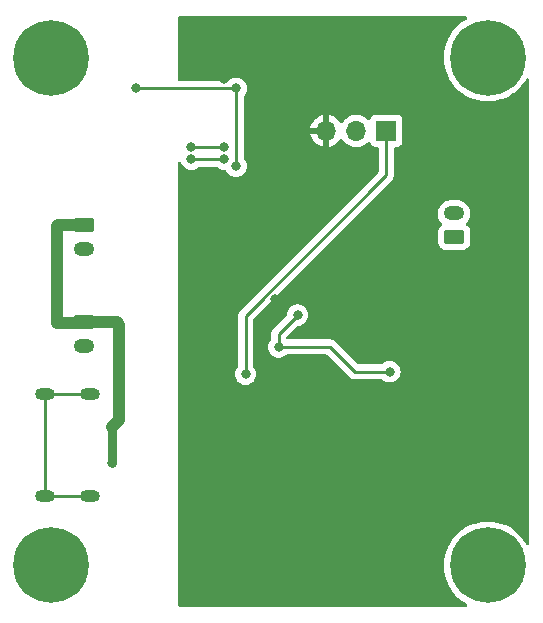
<source format=gbr>
%TF.GenerationSoftware,KiCad,Pcbnew,(6.0.4-0)*%
%TF.CreationDate,2022-09-10T09:10:34-06:00*%
%TF.ProjectId,TPS61165-heater-v7,54505336-3131-4363-952d-686561746572,rev?*%
%TF.SameCoordinates,Original*%
%TF.FileFunction,Copper,L2,Bot*%
%TF.FilePolarity,Positive*%
%FSLAX46Y46*%
G04 Gerber Fmt 4.6, Leading zero omitted, Abs format (unit mm)*
G04 Created by KiCad (PCBNEW (6.0.4-0)) date 2022-09-10 09:10:34*
%MOMM*%
%LPD*%
G01*
G04 APERTURE LIST*
G04 Aperture macros list*
%AMRoundRect*
0 Rectangle with rounded corners*
0 $1 Rounding radius*
0 $2 $3 $4 $5 $6 $7 $8 $9 X,Y pos of 4 corners*
0 Add a 4 corners polygon primitive as box body*
4,1,4,$2,$3,$4,$5,$6,$7,$8,$9,$2,$3,0*
0 Add four circle primitives for the rounded corners*
1,1,$1+$1,$2,$3*
1,1,$1+$1,$4,$5*
1,1,$1+$1,$6,$7*
1,1,$1+$1,$8,$9*
0 Add four rect primitives between the rounded corners*
20,1,$1+$1,$2,$3,$4,$5,0*
20,1,$1+$1,$4,$5,$6,$7,0*
20,1,$1+$1,$6,$7,$8,$9,0*
20,1,$1+$1,$8,$9,$2,$3,0*%
G04 Aperture macros list end*
%TA.AperFunction,ComponentPad*%
%ADD10RoundRect,0.250000X-0.625000X0.350000X-0.625000X-0.350000X0.625000X-0.350000X0.625000X0.350000X0*%
%TD*%
%TA.AperFunction,ComponentPad*%
%ADD11O,1.750000X1.200000*%
%TD*%
%TA.AperFunction,ConnectorPad*%
%ADD12C,6.400000*%
%TD*%
%TA.AperFunction,ComponentPad*%
%ADD13C,3.600000*%
%TD*%
%TA.AperFunction,ComponentPad*%
%ADD14R,1.700000X1.700000*%
%TD*%
%TA.AperFunction,ComponentPad*%
%ADD15O,1.700000X1.700000*%
%TD*%
%TA.AperFunction,ComponentPad*%
%ADD16RoundRect,0.250000X0.625000X-0.350000X0.625000X0.350000X-0.625000X0.350000X-0.625000X-0.350000X0*%
%TD*%
%TA.AperFunction,ComponentPad*%
%ADD17O,1.700000X1.000000*%
%TD*%
%TA.AperFunction,ViaPad*%
%ADD18C,0.800000*%
%TD*%
%TA.AperFunction,Conductor*%
%ADD19C,0.250000*%
%TD*%
%TA.AperFunction,Conductor*%
%ADD20C,1.000000*%
%TD*%
%TA.AperFunction,Conductor*%
%ADD21C,0.800000*%
%TD*%
G04 APERTURE END LIST*
D10*
%TO.P,J3,1,+*%
%TO.N,Net-(FL1-Pad2)*%
X121800000Y-65200000D03*
D11*
%TO.P,J3,2,-*%
%TO.N,Net-(FL1-Pad1)*%
X121800000Y-67200000D03*
%TD*%
D10*
%TO.P,J2,1,+*%
%TO.N,Net-(FL1-Pad2)*%
X121800000Y-73400000D03*
D11*
%TO.P,J2,2,-*%
%TO.N,Net-(FL1-Pad1)*%
X121800000Y-75400000D03*
%TD*%
D12*
%TO.P,H4,1*%
%TO.N,N/C*%
X119000000Y-94000000D03*
D13*
X119000000Y-94000000D03*
%TD*%
D12*
%TO.P,H3,1*%
%TO.N,N/C*%
X156000000Y-94000000D03*
D13*
X156000000Y-94000000D03*
%TD*%
D12*
%TO.P,H2,1*%
%TO.N,N/C*%
X156000000Y-51000000D03*
D13*
X156000000Y-51000000D03*
%TD*%
D12*
%TO.P,H1,1*%
%TO.N,N/C*%
X119000000Y-51000000D03*
D13*
X119000000Y-51000000D03*
%TD*%
D14*
%TO.P,J4,1,Pin_1*%
%TO.N,Net-(J4-Pad1)*%
X147400000Y-57200000D03*
D15*
%TO.P,J4,2,Pin_2*%
%TO.N,Net-(J4-Pad2)*%
X144860000Y-57200000D03*
%TO.P,J4,3,Pin_3*%
%TO.N,GND*%
X142320000Y-57200000D03*
%TD*%
D16*
%TO.P,J5,1,+*%
%TO.N,Net-(J5-Pad1)*%
X153150000Y-66200000D03*
D11*
%TO.P,J5,2,-*%
%TO.N,Net-(D3-Pad2)*%
X153150000Y-64200000D03*
%TD*%
D17*
%TO.P,J1,0,SHIELD*%
%TO.N,unconnected-(J1-Pad0)*%
X122320000Y-88120000D03*
X122320000Y-79480000D03*
X118520000Y-79480000D03*
X118520000Y-88120000D03*
%TD*%
D18*
%TO.N,Net-(C4-Pad1)*%
X134700000Y-60200000D03*
X134700000Y-53600000D03*
X126200000Y-53600000D03*
%TO.N,GND*%
X133700000Y-52800000D03*
%TO.N,/sda*%
X130900000Y-59600000D03*
%TO.N,/scl*%
X133700000Y-58600000D03*
X130900000Y-58600000D03*
%TO.N,/sda*%
X133700000Y-59600000D03*
%TO.N,Net-(J4-Pad1)*%
X135500000Y-77800000D03*
%TO.N,GND*%
X147900000Y-83800000D03*
X152700000Y-83600000D03*
X147900000Y-87300000D03*
X147900000Y-83000000D03*
X149500000Y-88800000D03*
X147900000Y-82200000D03*
X147900000Y-84600000D03*
X141700000Y-79300000D03*
X138300000Y-67025000D03*
X138400000Y-79300000D03*
X141700000Y-78000000D03*
X138350000Y-80650000D03*
X138000000Y-71400000D03*
X141700000Y-71500000D03*
%TO.N,Net-(FL1-Pad2)*%
X124200000Y-82300000D03*
X124180000Y-85320000D03*
%TO.N,Net-(C4-Pad1)*%
X147700000Y-77600000D03*
X139900000Y-72800000D03*
X138300000Y-75500000D03*
%TD*%
D19*
%TO.N,Net-(C4-Pad1)*%
X134700000Y-60200000D02*
X134700000Y-53600000D01*
X134700000Y-53600000D02*
X126200000Y-53600000D01*
%TO.N,/sda*%
X130900000Y-59600000D02*
X133700000Y-59600000D01*
%TO.N,/scl*%
X130900000Y-58600000D02*
X133700000Y-58600000D01*
D20*
%TO.N,Net-(FL1-Pad2)*%
X124600000Y-73400000D02*
X124800000Y-73600000D01*
X124800000Y-73600000D02*
X124800000Y-81700000D01*
X121800000Y-73400000D02*
X124600000Y-73400000D01*
X124800000Y-81700000D02*
X124200000Y-82300000D01*
X119500000Y-65300000D02*
X119500000Y-73500000D01*
X119500000Y-73500000D02*
X121700000Y-73500000D01*
X119600000Y-65200000D02*
X119500000Y-65300000D01*
X121800000Y-65200000D02*
X119600000Y-65200000D01*
D19*
%TO.N,Net-(J4-Pad1)*%
X135500000Y-72875386D02*
X147400000Y-60975386D01*
X135500000Y-77800000D02*
X135500000Y-72875386D01*
X147400000Y-60975386D02*
X147400000Y-57200000D01*
D21*
%TO.N,Net-(FL1-Pad2)*%
X124200000Y-82300000D02*
X124200000Y-85300000D01*
X124200000Y-85300000D02*
X124180000Y-85320000D01*
D19*
%TO.N,unconnected-(J1-Pad0)*%
X122325000Y-88120000D02*
X118525000Y-88120000D01*
X122325000Y-79480000D02*
X118525000Y-79480000D01*
X118525000Y-88120000D02*
X118525000Y-79480000D01*
%TO.N,Net-(C4-Pad1)*%
X142626998Y-75500000D02*
X138300000Y-75500000D01*
X144726998Y-77600000D02*
X142626998Y-75500000D01*
X147700000Y-77600000D02*
X144726998Y-77600000D01*
X138300000Y-75500000D02*
X138300000Y-74400000D01*
X138300000Y-74400000D02*
X139900000Y-72800000D01*
%TD*%
%TA.AperFunction,Conductor*%
%TO.N,GND*%
G36*
X154227076Y-47528502D02*
G01*
X154273569Y-47582158D01*
X154283673Y-47652432D01*
X154254179Y-47717012D01*
X154216158Y-47746767D01*
X154146147Y-47782439D01*
X154146140Y-47782443D01*
X154143206Y-47783938D01*
X153817207Y-47995643D01*
X153515124Y-48240266D01*
X153240266Y-48515124D01*
X152995643Y-48817207D01*
X152783938Y-49143206D01*
X152782443Y-49146140D01*
X152782439Y-49146147D01*
X152712366Y-49283673D01*
X152607468Y-49489547D01*
X152468167Y-49852438D01*
X152367562Y-50227901D01*
X152306754Y-50611824D01*
X152286411Y-51000000D01*
X152306754Y-51388176D01*
X152367562Y-51772099D01*
X152468167Y-52147562D01*
X152607468Y-52510453D01*
X152608966Y-52513393D01*
X152759526Y-52808882D01*
X152783938Y-52856794D01*
X152785734Y-52859560D01*
X152785736Y-52859563D01*
X152993848Y-53180029D01*
X152995643Y-53182793D01*
X152997718Y-53185355D01*
X153179691Y-53410072D01*
X153240266Y-53484876D01*
X153515124Y-53759734D01*
X153517682Y-53761806D01*
X153517686Y-53761809D01*
X153552410Y-53789928D01*
X153817207Y-54004357D01*
X153819970Y-54006152D01*
X153819971Y-54006152D01*
X154108763Y-54193695D01*
X154143205Y-54216062D01*
X154146139Y-54217557D01*
X154146146Y-54217561D01*
X154312896Y-54302524D01*
X154489547Y-54392532D01*
X154852438Y-54531833D01*
X155227901Y-54632438D01*
X155431793Y-54664732D01*
X155608576Y-54692732D01*
X155608584Y-54692733D01*
X155611824Y-54693246D01*
X156000000Y-54713589D01*
X156388176Y-54693246D01*
X156391416Y-54692733D01*
X156391424Y-54692732D01*
X156568207Y-54664732D01*
X156772099Y-54632438D01*
X157147562Y-54531833D01*
X157510453Y-54392532D01*
X157687104Y-54302524D01*
X157853854Y-54217561D01*
X157853861Y-54217557D01*
X157856795Y-54216062D01*
X157891238Y-54193695D01*
X158180029Y-54006152D01*
X158180030Y-54006152D01*
X158182793Y-54004357D01*
X158447590Y-53789928D01*
X158482314Y-53761809D01*
X158482318Y-53761806D01*
X158484876Y-53759734D01*
X158759734Y-53484876D01*
X158820310Y-53410072D01*
X159002282Y-53185355D01*
X159004357Y-53182793D01*
X159006152Y-53180029D01*
X159214264Y-52859563D01*
X159214266Y-52859560D01*
X159216062Y-52856794D01*
X159240475Y-52808882D01*
X159253233Y-52783842D01*
X159301981Y-52732227D01*
X159370896Y-52715161D01*
X159438098Y-52738062D01*
X159482250Y-52793659D01*
X159491500Y-52841045D01*
X159491500Y-92158955D01*
X159471498Y-92227076D01*
X159417842Y-92273569D01*
X159347568Y-92283673D01*
X159282988Y-92254179D01*
X159253233Y-92216158D01*
X159217561Y-92146147D01*
X159217557Y-92146140D01*
X159216062Y-92143206D01*
X159004357Y-91817207D01*
X158759734Y-91515124D01*
X158484876Y-91240266D01*
X158182793Y-90995643D01*
X157856795Y-90783938D01*
X157853861Y-90782443D01*
X157853854Y-90782439D01*
X157513393Y-90608966D01*
X157510453Y-90607468D01*
X157147562Y-90468167D01*
X156772099Y-90367562D01*
X156568207Y-90335268D01*
X156391424Y-90307268D01*
X156391416Y-90307267D01*
X156388176Y-90306754D01*
X156000000Y-90286411D01*
X155611824Y-90306754D01*
X155608584Y-90307267D01*
X155608576Y-90307268D01*
X155431793Y-90335268D01*
X155227901Y-90367562D01*
X154852438Y-90468167D01*
X154489547Y-90607468D01*
X154486607Y-90608966D01*
X154146147Y-90782439D01*
X154146140Y-90782443D01*
X154143206Y-90783938D01*
X153817207Y-90995643D01*
X153515124Y-91240266D01*
X153240266Y-91515124D01*
X152995643Y-91817207D01*
X152783938Y-92143206D01*
X152782443Y-92146140D01*
X152782439Y-92146147D01*
X152712366Y-92283673D01*
X152607468Y-92489547D01*
X152468167Y-92852438D01*
X152367562Y-93227901D01*
X152306754Y-93611824D01*
X152286411Y-94000000D01*
X152306754Y-94388176D01*
X152367562Y-94772099D01*
X152468167Y-95147562D01*
X152607468Y-95510453D01*
X152608966Y-95513393D01*
X152720468Y-95732227D01*
X152783938Y-95856794D01*
X152995643Y-96182793D01*
X153240266Y-96484876D01*
X153515124Y-96759734D01*
X153817207Y-97004357D01*
X154143205Y-97216062D01*
X154146139Y-97217557D01*
X154146146Y-97217561D01*
X154216157Y-97253233D01*
X154267772Y-97301981D01*
X154284838Y-97370896D01*
X154261937Y-97438098D01*
X154206340Y-97482250D01*
X154158954Y-97491500D01*
X129905712Y-97491500D01*
X129837591Y-97471498D01*
X129791098Y-97417842D01*
X129779712Y-97365470D01*
X129779717Y-97347568D01*
X129784410Y-77800000D01*
X134586496Y-77800000D01*
X134587186Y-77806565D01*
X134605129Y-77977279D01*
X134606458Y-77989928D01*
X134665473Y-78171556D01*
X134760960Y-78336944D01*
X134765378Y-78341851D01*
X134765379Y-78341852D01*
X134879678Y-78468794D01*
X134888747Y-78478866D01*
X135043248Y-78591118D01*
X135049276Y-78593802D01*
X135049278Y-78593803D01*
X135211681Y-78666109D01*
X135217712Y-78668794D01*
X135311112Y-78688647D01*
X135398056Y-78707128D01*
X135398061Y-78707128D01*
X135404513Y-78708500D01*
X135595487Y-78708500D01*
X135601939Y-78707128D01*
X135601944Y-78707128D01*
X135688888Y-78688647D01*
X135782288Y-78668794D01*
X135788319Y-78666109D01*
X135950722Y-78593803D01*
X135950724Y-78593802D01*
X135956752Y-78591118D01*
X136111253Y-78478866D01*
X136120322Y-78468794D01*
X136234621Y-78341852D01*
X136234622Y-78341851D01*
X136239040Y-78336944D01*
X136334527Y-78171556D01*
X136393542Y-77989928D01*
X136394872Y-77977279D01*
X136412814Y-77806565D01*
X136413504Y-77800000D01*
X136393542Y-77610072D01*
X136334527Y-77428444D01*
X136239040Y-77263056D01*
X136165863Y-77181785D01*
X136135147Y-77117779D01*
X136133500Y-77097476D01*
X136133500Y-75500000D01*
X137386496Y-75500000D01*
X137406458Y-75689928D01*
X137465473Y-75871556D01*
X137560960Y-76036944D01*
X137688747Y-76178866D01*
X137843248Y-76291118D01*
X137849276Y-76293802D01*
X137849278Y-76293803D01*
X138011681Y-76366109D01*
X138017712Y-76368794D01*
X138111113Y-76388647D01*
X138198056Y-76407128D01*
X138198061Y-76407128D01*
X138204513Y-76408500D01*
X138395487Y-76408500D01*
X138401939Y-76407128D01*
X138401944Y-76407128D01*
X138488887Y-76388647D01*
X138582288Y-76368794D01*
X138588319Y-76366109D01*
X138750722Y-76293803D01*
X138750724Y-76293802D01*
X138756752Y-76291118D01*
X138911253Y-76178866D01*
X138915668Y-76173963D01*
X138920580Y-76169540D01*
X138921705Y-76170789D01*
X138975014Y-76137949D01*
X139008200Y-76133500D01*
X142312404Y-76133500D01*
X142380525Y-76153502D01*
X142401499Y-76170405D01*
X144223341Y-77992247D01*
X144230885Y-78000537D01*
X144234998Y-78007018D01*
X144240775Y-78012443D01*
X144284665Y-78053658D01*
X144287507Y-78056413D01*
X144307228Y-78076134D01*
X144310423Y-78078612D01*
X144319445Y-78086318D01*
X144351677Y-78116586D01*
X144358626Y-78120406D01*
X144369430Y-78126346D01*
X144385954Y-78137199D01*
X144401957Y-78149613D01*
X144442541Y-78167176D01*
X144453171Y-78172383D01*
X144491938Y-78193695D01*
X144499615Y-78195666D01*
X144499620Y-78195668D01*
X144511556Y-78198732D01*
X144530264Y-78205137D01*
X144548853Y-78213181D01*
X144556678Y-78214420D01*
X144556680Y-78214421D01*
X144592517Y-78220097D01*
X144604138Y-78222504D01*
X144639287Y-78231528D01*
X144646968Y-78233500D01*
X144667229Y-78233500D01*
X144686938Y-78235051D01*
X144706941Y-78238219D01*
X144714833Y-78237473D01*
X144720060Y-78236979D01*
X144750952Y-78234059D01*
X144762809Y-78233500D01*
X146991800Y-78233500D01*
X147059921Y-78253502D01*
X147079147Y-78269843D01*
X147079420Y-78269540D01*
X147084332Y-78273963D01*
X147088747Y-78278866D01*
X147243248Y-78391118D01*
X147249276Y-78393802D01*
X147249278Y-78393803D01*
X147411681Y-78466109D01*
X147417712Y-78468794D01*
X147483365Y-78482749D01*
X147598056Y-78507128D01*
X147598061Y-78507128D01*
X147604513Y-78508500D01*
X147795487Y-78508500D01*
X147801939Y-78507128D01*
X147801944Y-78507128D01*
X147916635Y-78482749D01*
X147982288Y-78468794D01*
X147988319Y-78466109D01*
X148150722Y-78393803D01*
X148150724Y-78393802D01*
X148156752Y-78391118D01*
X148311253Y-78278866D01*
X148347852Y-78238219D01*
X148434621Y-78141852D01*
X148434622Y-78141851D01*
X148439040Y-78136944D01*
X148514053Y-78007018D01*
X148531223Y-77977279D01*
X148531224Y-77977278D01*
X148534527Y-77971556D01*
X148593542Y-77789928D01*
X148613504Y-77600000D01*
X148595473Y-77428444D01*
X148594232Y-77416635D01*
X148594232Y-77416633D01*
X148593542Y-77410072D01*
X148534527Y-77228444D01*
X148439040Y-77063056D01*
X148311253Y-76921134D01*
X148156752Y-76808882D01*
X148150724Y-76806198D01*
X148150722Y-76806197D01*
X147988319Y-76733891D01*
X147988318Y-76733891D01*
X147982288Y-76731206D01*
X147888887Y-76711353D01*
X147801944Y-76692872D01*
X147801939Y-76692872D01*
X147795487Y-76691500D01*
X147604513Y-76691500D01*
X147598061Y-76692872D01*
X147598056Y-76692872D01*
X147511113Y-76711353D01*
X147417712Y-76731206D01*
X147411682Y-76733891D01*
X147411681Y-76733891D01*
X147249278Y-76806197D01*
X147249276Y-76806198D01*
X147243248Y-76808882D01*
X147088747Y-76921134D01*
X147084332Y-76926037D01*
X147079420Y-76930460D01*
X147078295Y-76929211D01*
X147024986Y-76962051D01*
X146991800Y-76966500D01*
X145041593Y-76966500D01*
X144973472Y-76946498D01*
X144952498Y-76929595D01*
X143130650Y-75107747D01*
X143123110Y-75099461D01*
X143118998Y-75092982D01*
X143069346Y-75046356D01*
X143066505Y-75043602D01*
X143046768Y-75023865D01*
X143043571Y-75021385D01*
X143034549Y-75013680D01*
X143008098Y-74988841D01*
X143002319Y-74983414D01*
X142995373Y-74979595D01*
X142995370Y-74979593D01*
X142984564Y-74973652D01*
X142968045Y-74962801D01*
X142967581Y-74962441D01*
X142952039Y-74950386D01*
X142944770Y-74947241D01*
X142944766Y-74947238D01*
X142911461Y-74932826D01*
X142900811Y-74927609D01*
X142862058Y-74906305D01*
X142842435Y-74901267D01*
X142823732Y-74894863D01*
X142812418Y-74889967D01*
X142812417Y-74889967D01*
X142805143Y-74886819D01*
X142797320Y-74885580D01*
X142797310Y-74885577D01*
X142761474Y-74879901D01*
X142749854Y-74877495D01*
X142714709Y-74868472D01*
X142714708Y-74868472D01*
X142707028Y-74866500D01*
X142686774Y-74866500D01*
X142667063Y-74864949D01*
X142654884Y-74863020D01*
X142647055Y-74861780D01*
X142639163Y-74862526D01*
X142603037Y-74865941D01*
X142591179Y-74866500D01*
X139059500Y-74866500D01*
X138991379Y-74846498D01*
X138944886Y-74792842D01*
X138933500Y-74740500D01*
X138933500Y-74714594D01*
X138953502Y-74646473D01*
X138970405Y-74625499D01*
X139850499Y-73745405D01*
X139912811Y-73711379D01*
X139939594Y-73708500D01*
X139995487Y-73708500D01*
X140001939Y-73707128D01*
X140001944Y-73707128D01*
X140088888Y-73688647D01*
X140182288Y-73668794D01*
X140188319Y-73666109D01*
X140350722Y-73593803D01*
X140350724Y-73593802D01*
X140356752Y-73591118D01*
X140511253Y-73478866D01*
X140639040Y-73336944D01*
X140734527Y-73171556D01*
X140793542Y-72989928D01*
X140813504Y-72800000D01*
X140807910Y-72746775D01*
X140794232Y-72616635D01*
X140794232Y-72616633D01*
X140793542Y-72610072D01*
X140734527Y-72428444D01*
X140639040Y-72263056D01*
X140511253Y-72121134D01*
X140356752Y-72008882D01*
X140350724Y-72006198D01*
X140350722Y-72006197D01*
X140188319Y-71933891D01*
X140188318Y-71933891D01*
X140182288Y-71931206D01*
X140088887Y-71911353D01*
X140001944Y-71892872D01*
X140001939Y-71892872D01*
X139995487Y-71891500D01*
X139804513Y-71891500D01*
X139798061Y-71892872D01*
X139798056Y-71892872D01*
X139711113Y-71911353D01*
X139617712Y-71931206D01*
X139611682Y-71933891D01*
X139611681Y-71933891D01*
X139449278Y-72006197D01*
X139449276Y-72006198D01*
X139443248Y-72008882D01*
X139288747Y-72121134D01*
X139160960Y-72263056D01*
X139065473Y-72428444D01*
X139006458Y-72610072D01*
X139005768Y-72616633D01*
X139005768Y-72616635D01*
X138989093Y-72775293D01*
X138962080Y-72840950D01*
X138952878Y-72851218D01*
X137907747Y-73896348D01*
X137899461Y-73903888D01*
X137892982Y-73908000D01*
X137887557Y-73913777D01*
X137846357Y-73957651D01*
X137843602Y-73960493D01*
X137823865Y-73980230D01*
X137821385Y-73983427D01*
X137813682Y-73992447D01*
X137783414Y-74024679D01*
X137779595Y-74031625D01*
X137779593Y-74031628D01*
X137773652Y-74042434D01*
X137762801Y-74058953D01*
X137750386Y-74074959D01*
X137747241Y-74082228D01*
X137747238Y-74082232D01*
X137732826Y-74115537D01*
X137727609Y-74126187D01*
X137706305Y-74164940D01*
X137704334Y-74172615D01*
X137704334Y-74172616D01*
X137701267Y-74184562D01*
X137694863Y-74203266D01*
X137686819Y-74221855D01*
X137685580Y-74229678D01*
X137685577Y-74229688D01*
X137679901Y-74265524D01*
X137677495Y-74277144D01*
X137666500Y-74319970D01*
X137666500Y-74340224D01*
X137664949Y-74359934D01*
X137661780Y-74379943D01*
X137662526Y-74387835D01*
X137665941Y-74423961D01*
X137666500Y-74435819D01*
X137666500Y-74797476D01*
X137646498Y-74865597D01*
X137634142Y-74881779D01*
X137560960Y-74963056D01*
X137465473Y-75128444D01*
X137406458Y-75310072D01*
X137386496Y-75500000D01*
X136133500Y-75500000D01*
X136133500Y-73189980D01*
X136153502Y-73121859D01*
X136170405Y-73100885D01*
X145125686Y-64145604D01*
X151762787Y-64145604D01*
X151772567Y-64356899D01*
X151822125Y-64562534D01*
X151824607Y-64567992D01*
X151824608Y-64567996D01*
X151868053Y-64663546D01*
X151909674Y-64755087D01*
X152032054Y-64927611D01*
X152036381Y-64931753D01*
X152036386Y-64931759D01*
X152127317Y-65018806D01*
X152162694Y-65080361D01*
X152159175Y-65151270D01*
X152117879Y-65209021D01*
X152106496Y-65216965D01*
X152050652Y-65251522D01*
X151925695Y-65376697D01*
X151832885Y-65527262D01*
X151777203Y-65695139D01*
X151766500Y-65799600D01*
X151766500Y-66600400D01*
X151777474Y-66706166D01*
X151833450Y-66873946D01*
X151926522Y-67024348D01*
X152051697Y-67149305D01*
X152057927Y-67153145D01*
X152057928Y-67153146D01*
X152195090Y-67237694D01*
X152202262Y-67242115D01*
X152282005Y-67268564D01*
X152363611Y-67295632D01*
X152363613Y-67295632D01*
X152370139Y-67297797D01*
X152376975Y-67298497D01*
X152376978Y-67298498D01*
X152420031Y-67302909D01*
X152474600Y-67308500D01*
X153825400Y-67308500D01*
X153828646Y-67308163D01*
X153828650Y-67308163D01*
X153924308Y-67298238D01*
X153924312Y-67298237D01*
X153931166Y-67297526D01*
X153937702Y-67295345D01*
X153937704Y-67295345D01*
X154069806Y-67251272D01*
X154098946Y-67241550D01*
X154249348Y-67148478D01*
X154374305Y-67023303D01*
X154467115Y-66872738D01*
X154522797Y-66704861D01*
X154533500Y-66600400D01*
X154533500Y-65799600D01*
X154522526Y-65693834D01*
X154466550Y-65526054D01*
X154373478Y-65375652D01*
X154248303Y-65250695D01*
X154196764Y-65218925D01*
X154149271Y-65166154D01*
X154137847Y-65096082D01*
X154166121Y-65030958D01*
X154185045Y-65012582D01*
X154192920Y-65006396D01*
X154196852Y-65001865D01*
X154196855Y-65001862D01*
X154327621Y-64851167D01*
X154331552Y-64846637D01*
X154334552Y-64841451D01*
X154334555Y-64841447D01*
X154434467Y-64668742D01*
X154437473Y-64663546D01*
X154506861Y-64463729D01*
X154537213Y-64254396D01*
X154527433Y-64043101D01*
X154477875Y-63837466D01*
X154434525Y-63742122D01*
X154392806Y-63650368D01*
X154390326Y-63644913D01*
X154267946Y-63472389D01*
X154115150Y-63326119D01*
X153937452Y-63211380D01*
X153877354Y-63187160D01*
X153746832Y-63134558D01*
X153746829Y-63134557D01*
X153741263Y-63132314D01*
X153533663Y-63091772D01*
X153528101Y-63091500D01*
X152822154Y-63091500D01*
X152664434Y-63106548D01*
X152461466Y-63166092D01*
X152456139Y-63168836D01*
X152456138Y-63168836D01*
X152278751Y-63260196D01*
X152278748Y-63260198D01*
X152273420Y-63262942D01*
X152107080Y-63393604D01*
X152103148Y-63398135D01*
X152103145Y-63398138D01*
X152034474Y-63477275D01*
X151968448Y-63553363D01*
X151965448Y-63558549D01*
X151965445Y-63558553D01*
X151918312Y-63640026D01*
X151862527Y-63736454D01*
X151793139Y-63936271D01*
X151762787Y-64145604D01*
X145125686Y-64145604D01*
X147792247Y-61479043D01*
X147800537Y-61471499D01*
X147807018Y-61467386D01*
X147853659Y-61417718D01*
X147856413Y-61414877D01*
X147876134Y-61395156D01*
X147878612Y-61391961D01*
X147886318Y-61382939D01*
X147911158Y-61356487D01*
X147916586Y-61350707D01*
X147926346Y-61332954D01*
X147937199Y-61316431D01*
X147944753Y-61306692D01*
X147949613Y-61300427D01*
X147967176Y-61259843D01*
X147972383Y-61249213D01*
X147993695Y-61210446D01*
X147995666Y-61202769D01*
X147995668Y-61202764D01*
X147998732Y-61190828D01*
X148005138Y-61172116D01*
X148010034Y-61160803D01*
X148013181Y-61153531D01*
X148020097Y-61109867D01*
X148022504Y-61098246D01*
X148031528Y-61063097D01*
X148031528Y-61063096D01*
X148033500Y-61055416D01*
X148033500Y-61035155D01*
X148035051Y-61015444D01*
X148036979Y-61003271D01*
X148038219Y-60995443D01*
X148034059Y-60951432D01*
X148033500Y-60939575D01*
X148033500Y-58684500D01*
X148053502Y-58616379D01*
X148107158Y-58569886D01*
X148159500Y-58558500D01*
X148298134Y-58558500D01*
X148360316Y-58551745D01*
X148496705Y-58500615D01*
X148613261Y-58413261D01*
X148700615Y-58296705D01*
X148751745Y-58160316D01*
X148758500Y-58098134D01*
X148758500Y-56301866D01*
X148751745Y-56239684D01*
X148700615Y-56103295D01*
X148613261Y-55986739D01*
X148496705Y-55899385D01*
X148360316Y-55848255D01*
X148298134Y-55841500D01*
X146501866Y-55841500D01*
X146439684Y-55848255D01*
X146303295Y-55899385D01*
X146186739Y-55986739D01*
X146099385Y-56103295D01*
X146096233Y-56111703D01*
X146054919Y-56221907D01*
X146012277Y-56278671D01*
X145945716Y-56303371D01*
X145876367Y-56288163D01*
X145843743Y-56262476D01*
X145793151Y-56206875D01*
X145793142Y-56206866D01*
X145789670Y-56203051D01*
X145785619Y-56199852D01*
X145785615Y-56199848D01*
X145618414Y-56067800D01*
X145618410Y-56067798D01*
X145614359Y-56064598D01*
X145578028Y-56044542D01*
X145562136Y-56035769D01*
X145418789Y-55956638D01*
X145413920Y-55954914D01*
X145413916Y-55954912D01*
X145213087Y-55883795D01*
X145213083Y-55883794D01*
X145208212Y-55882069D01*
X145203119Y-55881162D01*
X145203116Y-55881161D01*
X144993373Y-55843800D01*
X144993367Y-55843799D01*
X144988284Y-55842894D01*
X144914452Y-55841992D01*
X144770081Y-55840228D01*
X144770079Y-55840228D01*
X144764911Y-55840165D01*
X144544091Y-55873955D01*
X144331756Y-55943357D01*
X144133607Y-56046507D01*
X144129474Y-56049610D01*
X144129471Y-56049612D01*
X143959100Y-56177530D01*
X143954965Y-56180635D01*
X143929541Y-56207240D01*
X143861280Y-56278671D01*
X143800629Y-56342138D01*
X143797715Y-56346410D01*
X143797714Y-56346411D01*
X143692898Y-56500066D01*
X143637987Y-56545069D01*
X143567462Y-56553240D01*
X143503715Y-56521986D01*
X143483018Y-56497502D01*
X143402426Y-56372926D01*
X143396136Y-56364757D01*
X143252806Y-56207240D01*
X143245273Y-56200215D01*
X143078139Y-56068222D01*
X143069552Y-56062517D01*
X142883117Y-55959599D01*
X142873705Y-55955369D01*
X142672959Y-55884280D01*
X142662988Y-55881646D01*
X142591837Y-55868972D01*
X142578540Y-55870432D01*
X142574000Y-55884989D01*
X142574000Y-58518517D01*
X142578064Y-58532359D01*
X142591478Y-58534393D01*
X142598184Y-58533534D01*
X142608262Y-58531392D01*
X142812255Y-58470191D01*
X142821842Y-58466433D01*
X143013095Y-58372739D01*
X143021945Y-58367464D01*
X143195328Y-58243792D01*
X143203200Y-58237139D01*
X143354052Y-58086812D01*
X143360730Y-58078965D01*
X143488022Y-57901819D01*
X143489279Y-57902722D01*
X143536373Y-57859362D01*
X143606311Y-57847145D01*
X143671751Y-57874678D01*
X143699579Y-57906511D01*
X143759987Y-58005088D01*
X143906250Y-58173938D01*
X144078126Y-58316632D01*
X144271000Y-58429338D01*
X144479692Y-58509030D01*
X144484760Y-58510061D01*
X144484763Y-58510062D01*
X144579862Y-58529410D01*
X144698597Y-58553567D01*
X144703772Y-58553757D01*
X144703774Y-58553757D01*
X144916673Y-58561564D01*
X144916677Y-58561564D01*
X144921837Y-58561753D01*
X144926957Y-58561097D01*
X144926959Y-58561097D01*
X145138288Y-58534025D01*
X145138289Y-58534025D01*
X145143416Y-58533368D01*
X145148366Y-58531883D01*
X145352429Y-58470661D01*
X145352434Y-58470659D01*
X145357384Y-58469174D01*
X145557994Y-58370896D01*
X145739860Y-58241173D01*
X145848091Y-58133319D01*
X145910462Y-58099404D01*
X145981268Y-58104592D01*
X146038030Y-58147238D01*
X146055012Y-58178341D01*
X146073795Y-58228444D01*
X146099385Y-58296705D01*
X146186739Y-58413261D01*
X146303295Y-58500615D01*
X146439684Y-58551745D01*
X146501866Y-58558500D01*
X146640500Y-58558500D01*
X146708621Y-58578502D01*
X146755114Y-58632158D01*
X146766500Y-58684500D01*
X146766500Y-60660791D01*
X146746498Y-60728912D01*
X146729595Y-60749886D01*
X135107747Y-72371734D01*
X135099461Y-72379274D01*
X135092982Y-72383386D01*
X135087557Y-72389163D01*
X135046357Y-72433037D01*
X135043602Y-72435879D01*
X135023865Y-72455616D01*
X135021385Y-72458813D01*
X135013682Y-72467833D01*
X134983414Y-72500065D01*
X134979595Y-72507011D01*
X134979593Y-72507014D01*
X134973652Y-72517820D01*
X134962801Y-72534339D01*
X134950386Y-72550345D01*
X134947241Y-72557614D01*
X134947238Y-72557618D01*
X134932826Y-72590923D01*
X134927609Y-72601573D01*
X134906305Y-72640326D01*
X134904334Y-72648001D01*
X134904334Y-72648002D01*
X134901267Y-72659948D01*
X134894863Y-72678652D01*
X134886819Y-72697241D01*
X134885580Y-72705064D01*
X134885577Y-72705074D01*
X134879901Y-72740910D01*
X134877495Y-72752530D01*
X134866500Y-72795356D01*
X134866500Y-72815610D01*
X134864949Y-72835320D01*
X134861780Y-72855329D01*
X134862526Y-72863221D01*
X134865941Y-72899347D01*
X134866500Y-72911205D01*
X134866500Y-77097476D01*
X134846498Y-77165597D01*
X134834142Y-77181779D01*
X134760960Y-77263056D01*
X134665473Y-77428444D01*
X134606458Y-77610072D01*
X134586496Y-77800000D01*
X129784410Y-77800000D01*
X129788703Y-59915247D01*
X129808721Y-59847132D01*
X129862388Y-59800652D01*
X129932665Y-59790565D01*
X129997238Y-59820073D01*
X130034536Y-59876342D01*
X130065473Y-59971556D01*
X130160960Y-60136944D01*
X130288747Y-60278866D01*
X130443248Y-60391118D01*
X130449276Y-60393802D01*
X130449278Y-60393803D01*
X130611681Y-60466109D01*
X130617712Y-60468794D01*
X130711112Y-60488647D01*
X130798056Y-60507128D01*
X130798061Y-60507128D01*
X130804513Y-60508500D01*
X130995487Y-60508500D01*
X131001939Y-60507128D01*
X131001944Y-60507128D01*
X131088888Y-60488647D01*
X131182288Y-60468794D01*
X131188319Y-60466109D01*
X131350722Y-60393803D01*
X131350724Y-60393802D01*
X131356752Y-60391118D01*
X131511253Y-60278866D01*
X131515668Y-60273963D01*
X131520580Y-60269540D01*
X131521705Y-60270789D01*
X131575014Y-60237949D01*
X131608200Y-60233500D01*
X132991800Y-60233500D01*
X133059921Y-60253502D01*
X133079147Y-60269843D01*
X133079420Y-60269540D01*
X133084332Y-60273963D01*
X133088747Y-60278866D01*
X133243248Y-60391118D01*
X133249276Y-60393802D01*
X133249278Y-60393803D01*
X133411681Y-60466109D01*
X133417712Y-60468794D01*
X133511112Y-60488647D01*
X133598056Y-60507128D01*
X133598061Y-60507128D01*
X133604513Y-60508500D01*
X133756329Y-60508500D01*
X133824450Y-60528502D01*
X133862774Y-60573114D01*
X133865473Y-60571556D01*
X133960960Y-60736944D01*
X134088747Y-60878866D01*
X134243248Y-60991118D01*
X134249276Y-60993802D01*
X134249278Y-60993803D01*
X134252962Y-60995443D01*
X134417712Y-61068794D01*
X134511112Y-61088647D01*
X134598056Y-61107128D01*
X134598061Y-61107128D01*
X134604513Y-61108500D01*
X134795487Y-61108500D01*
X134801939Y-61107128D01*
X134801944Y-61107128D01*
X134888888Y-61088647D01*
X134982288Y-61068794D01*
X135147038Y-60995443D01*
X135150722Y-60993803D01*
X135150724Y-60993802D01*
X135156752Y-60991118D01*
X135311253Y-60878866D01*
X135439040Y-60736944D01*
X135534527Y-60571556D01*
X135593542Y-60389928D01*
X135613504Y-60200000D01*
X135612814Y-60193435D01*
X135594232Y-60016635D01*
X135594232Y-60016633D01*
X135593542Y-60010072D01*
X135534527Y-59828444D01*
X135439040Y-59663056D01*
X135365863Y-59581785D01*
X135335147Y-59517779D01*
X135333500Y-59497476D01*
X135333500Y-57467966D01*
X140988257Y-57467966D01*
X141018565Y-57602446D01*
X141021645Y-57612275D01*
X141101770Y-57809603D01*
X141106413Y-57818794D01*
X141217694Y-58000388D01*
X141223777Y-58008699D01*
X141363213Y-58169667D01*
X141370580Y-58176883D01*
X141534434Y-58312916D01*
X141542881Y-58318831D01*
X141726756Y-58426279D01*
X141736042Y-58430729D01*
X141935001Y-58506703D01*
X141944899Y-58509579D01*
X142048250Y-58530606D01*
X142062299Y-58529410D01*
X142066000Y-58519065D01*
X142066000Y-57472115D01*
X142061525Y-57456876D01*
X142060135Y-57455671D01*
X142052452Y-57454000D01*
X141003225Y-57454000D01*
X140989694Y-57457973D01*
X140988257Y-57467966D01*
X135333500Y-57467966D01*
X135333500Y-56934183D01*
X140984389Y-56934183D01*
X140985912Y-56942607D01*
X140998292Y-56946000D01*
X142047885Y-56946000D01*
X142063124Y-56941525D01*
X142064329Y-56940135D01*
X142066000Y-56932452D01*
X142066000Y-55883102D01*
X142062082Y-55869758D01*
X142047806Y-55867771D01*
X142009324Y-55873660D01*
X141999288Y-55876051D01*
X141796868Y-55942212D01*
X141787359Y-55946209D01*
X141598463Y-56044542D01*
X141589738Y-56050036D01*
X141419433Y-56177905D01*
X141411726Y-56184748D01*
X141264590Y-56338717D01*
X141258104Y-56346727D01*
X141138098Y-56522649D01*
X141133000Y-56531623D01*
X141043338Y-56724783D01*
X141039775Y-56734470D01*
X140984389Y-56934183D01*
X135333500Y-56934183D01*
X135333500Y-54302524D01*
X135353502Y-54234403D01*
X135365858Y-54218221D01*
X135439040Y-54136944D01*
X135534527Y-53971556D01*
X135593542Y-53789928D01*
X135596498Y-53761809D01*
X135612814Y-53606565D01*
X135613504Y-53600000D01*
X135593542Y-53410072D01*
X135534527Y-53228444D01*
X135439040Y-53063056D01*
X135311253Y-52921134D01*
X135156752Y-52808882D01*
X135150724Y-52806198D01*
X135150722Y-52806197D01*
X134988319Y-52733891D01*
X134988318Y-52733891D01*
X134982288Y-52731206D01*
X134888887Y-52711353D01*
X134801944Y-52692872D01*
X134801939Y-52692872D01*
X134795487Y-52691500D01*
X134604513Y-52691500D01*
X134598061Y-52692872D01*
X134598056Y-52692872D01*
X134511113Y-52711353D01*
X134417712Y-52731206D01*
X134411682Y-52733891D01*
X134411681Y-52733891D01*
X134249278Y-52806197D01*
X134249276Y-52806198D01*
X134243248Y-52808882D01*
X134237907Y-52812762D01*
X134237906Y-52812763D01*
X134181351Y-52853853D01*
X134088747Y-52921134D01*
X134084332Y-52926037D01*
X134079420Y-52930460D01*
X134078295Y-52929211D01*
X134024986Y-52962051D01*
X133991800Y-52966500D01*
X129916402Y-52966500D01*
X129848281Y-52946498D01*
X129801788Y-52892842D01*
X129790402Y-52840470D01*
X129791652Y-47634470D01*
X129811670Y-47566354D01*
X129865337Y-47519874D01*
X129917652Y-47508500D01*
X154158955Y-47508500D01*
X154227076Y-47528502D01*
G37*
%TD.AperFunction*%
%TD*%
M02*

</source>
